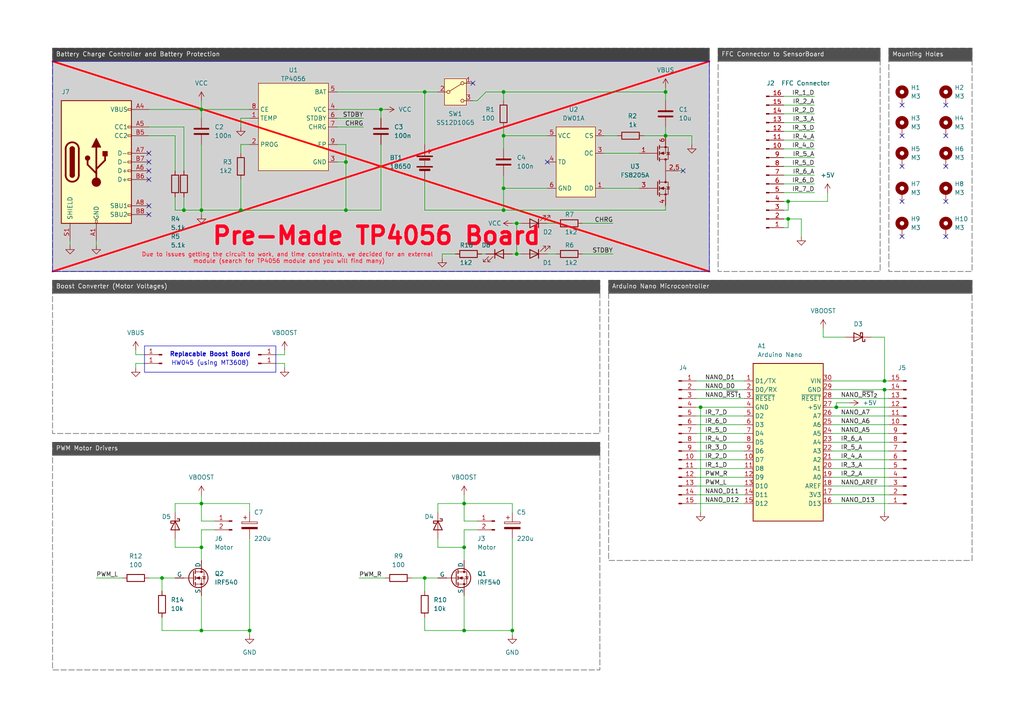
<source format=kicad_sch>
(kicad_sch (version 20231120) (generator "eeschema") (generator_version "8.0")
  (paper "A4")
  (lib_symbols
    (symbol "Connector:Conn_01x01_Pin" (pin_names (offset 1.016) hide)
      (property "Reference" "J" (at 0 2.54 0))
      (property "Value" "Conn_01x01_Pin" (at 0 -2.54 0))
      (symbol "Conn_01x01_Pin_1_1"
        (pin passive line (at 5.08 0 180) (length 3.81) (name "Pin_1") (number "1"))
      )
    )
    (symbol "Connector:Conn_01x02_Pin" (pin_names (offset 1.016) hide)
      (property "Reference" "J" (at 0 2.54 0))
      (property "Value" "Conn_01x02_Pin" (at 0 -5.08 0))
      (symbol "Conn_01x02_Pin_1_1"
        (pin passive line (at 5.08 0 180) (length 3.81) (name "Pin_1") (number "1"))
        (pin passive line (at 5.08 -2.54 180) (length 3.81) (name "Pin_2") (number "2"))
      )
    )
    (symbol "Connector:Conn_01x15_Pin" (pin_names (offset 1.016) hide)
      (property "Reference" "J" (at 0 20.32 0))
      (property "Value" "Conn_01x15_Pin" (at 0 -20.32 0))
      (symbol "Conn_01x15_Pin_1_1"
        (pin passive line (at 5.08 17.78 180) (length 3.81) (name "Pin_1") (number "1"))
        (pin passive line (at 5.08 -5.08 180) (length 3.81) (name "Pin_10") (number "10"))
        (pin passive line (at 5.08 -7.62 180) (length 3.81) (name "Pin_11") (number "11"))
        (pin passive line (at 5.08 -10.16 180) (length 3.81) (name "Pin_12") (number "12"))
        (pin passive line (at 5.08 -12.7 180) (length 3.81) (name "Pin_13") (number "13"))
        (pin passive line (at 5.08 -15.24 180) (length 3.81) (name "Pin_14") (number "14"))
        (pin passive line (at 5.08 -17.78 180) (length 3.81) (name "Pin_15") (number "15"))
        (pin passive line (at 5.08 15.24 180) (length 3.81) (name "Pin_2") (number "2"))
        (pin passive line (at 5.08 12.7 180) (length 3.81) (name "Pin_3") (number "3"))
        (pin passive line (at 5.08 10.16 180) (length 3.81) (name "Pin_4") (number "4"))
        (pin passive line (at 5.08 7.62 180) (length 3.81) (name "Pin_5") (number "5"))
        (pin passive line (at 5.08 5.08 180) (length 3.81) (name "Pin_6") (number "6"))
        (pin passive line (at 5.08 2.54 180) (length 3.81) (name "Pin_7") (number "7"))
        (pin passive line (at 5.08 0 180) (length 3.81) (name "Pin_8") (number "8"))
        (pin passive line (at 5.08 -2.54 180) (length 3.81) (name "Pin_9") (number "9"))
      )
    )
    (symbol "Connector:Conn_01x16_Pin" (pin_names (offset 1.016) hide)
      (property "Reference" "J" (at 0 20.32 0))
      (property "Value" "Conn_01x16_Pin" (at 0 -22.86 0))
      (symbol "Conn_01x16_Pin_1_1"
        (pin passive line (at 5.08 17.78 180) (length 3.81) (name "Pin_1") (number "1"))
        (pin passive line (at 5.08 -5.08 180) (length 3.81) (name "Pin_10") (number "10"))
        (pin passive line (at 5.08 -7.62 180) (length 3.81) (name "Pin_11") (number "11"))
        (pin passive line (at 5.08 -10.16 180) (length 3.81) (name "Pin_12") (number "12"))
        (pin passive line (at 5.08 -12.7 180) (length 3.81) (name "Pin_13") (number "13"))
        (pin passive line (at 5.08 -15.24 180) (length 3.81) (name "Pin_14") (number "14"))
        (pin passive line (at 5.08 -17.78 180) (length 3.81) (name "Pin_15") (number "15"))
        (pin passive line (at 5.08 -20.32 180) (length 3.81) (name "Pin_16") (number "16"))
        (pin passive line (at 5.08 15.24 180) (length 3.81) (name "Pin_2") (number "2"))
        (pin passive line (at 5.08 12.7 180) (length 3.81) (name "Pin_3") (number "3"))
        (pin passive line (at 5.08 10.16 180) (length 3.81) (name "Pin_4") (number "4"))
        (pin passive line (at 5.08 7.62 180) (length 3.81) (name "Pin_5") (number "5"))
        (pin passive line (at 5.08 5.08 180) (length 3.81) (name "Pin_6") (number "6"))
        (pin passive line (at 5.08 2.54 180) (length 3.81) (name "Pin_7") (number "7"))
        (pin passive line (at 5.08 0 180) (length 3.81) (name "Pin_8") (number "8"))
        (pin passive line (at 5.08 -2.54 180) (length 3.81) (name "Pin_9") (number "9"))
      )
    )
    (symbol "Connector:USB_C_Receptacle_USB2.0_16P" (pin_names (offset 1.016))
      (property "Reference" "J" (at 0 22.225 0))
      (property "Value" "USB_C_Receptacle_USB2.0_16P" (at 0 19.685 0))
      (symbol "USB_C_Receptacle_USB2.0_16P_1_1"
        (pin passive line (at 0 -22.86 90) (length 5.08) (name "GND") (number "A1"))
        (pin passive line (at 0 -22.86 90) (length 5.08) hide (name "GND") (number "A12"))
        (pin passive line (at 15.24 15.24 180) (length 5.08) (name "VBUS") (number "A4"))
        (pin bidirectional line (at 15.24 10.16 180) (length 5.08) (name "CC1") (number "A5"))
        (pin bidirectional line (at 15.24 -2.54 180) (length 5.08) (name "D+") (number "A6"))
        (pin bidirectional line (at 15.24 2.54 180) (length 5.08) (name "D-") (number "A7"))
        (pin bidirectional line (at 15.24 -12.7 180) (length 5.08) (name "SBU1") (number "A8"))
        (pin passive line (at 15.24 15.24 180) (length 5.08) hide (name "VBUS") (number "A9"))
        (pin passive line (at 0 -22.86 90) (length 5.08) hide (name "GND") (number "B1"))
        (pin passive line (at 0 -22.86 90) (length 5.08) hide (name "GND") (number "B12"))
        (pin passive line (at 15.24 15.24 180) (length 5.08) hide (name "VBUS") (number "B4"))
        (pin bidirectional line (at 15.24 7.62 180) (length 5.08) (name "CC2") (number "B5"))
        (pin bidirectional line (at 15.24 -5.08 180) (length 5.08) (name "D+") (number "B6"))
        (pin bidirectional line (at 15.24 0 180) (length 5.08) (name "D-") (number "B7"))
        (pin bidirectional line (at 15.24 -15.24 180) (length 5.08) (name "SBU2") (number "B8"))
        (pin passive line (at 15.24 15.24 180) (length 5.08) hide (name "VBUS") (number "B9"))
        (pin passive line (at -7.62 -22.86 90) (length 5.08) (name "SHIELD") (number "S1"))
      )
    )
    (symbol "Device:Battery" (pin_numbers hide) (pin_names (offset 0) hide)
      (property "Reference" "BT" (at 2.54 2.54 0))
      (property "Value" "Battery" (at 2.54 0 0))
      (symbol "Battery_1_1"
        (pin passive line (at 0 5.08 270) (length 2.54) (name "+") (number "1"))
        (pin passive line (at 0 -5.08 90) (length 2.54) (name "-") (number "2"))
      )
    )
    (symbol "Device:C" (pin_numbers hide) (pin_names (offset 0.254))
      (property "Reference" "C" (at 0.635 2.54 0))
      (property "Value" "C" (at 0.635 -2.54 0))
      (symbol "C_1_1"
        (pin passive line (at 0 3.81 270) (length 2.794) (name "~") (number "1"))
        (pin passive line (at 0 -3.81 90) (length 2.794) (name "~") (number "2"))
      )
    )
    (symbol "Device:C_Polarized" (pin_numbers hide) (pin_names (offset 0.254))
      (property "Reference" "C" (at 0.635 2.54 0))
      (property "Value" "C_Polarized" (at 0.635 -2.54 0))
      (symbol "C_Polarized_1_1"
        (pin passive line (at 0 3.81 270) (length 2.794) (name "~") (number "1"))
        (pin passive line (at 0 -3.81 90) (length 2.794) (name "~") (number "2"))
      )
    )
    (symbol "Device:D_Schottky" (pin_numbers hide) (pin_names (offset 1.016) hide)
      (property "Reference" "D" (at 0 2.54 0))
      (property "Value" "D_Schottky" (at 0 -2.54 0))
      (symbol "D_Schottky_1_1"
        (pin passive line (at -3.81 0 0) (length 2.54) (name "K") (number "1"))
        (pin passive line (at 3.81 0 180) (length 2.54) (name "A") (number "2"))
      )
    )
    (symbol "Device:LED" (pin_numbers hide) (pin_names (offset 1.016) hide)
      (property "Reference" "D" (at 0 2.54 0))
      (property "Value" "LED" (at 0 -2.54 0))
      (symbol "LED_1_1"
        (pin passive line (at -3.81 0 0) (length 2.54) (name "K") (number "1"))
        (pin passive line (at 3.81 0 180) (length 2.54) (name "A") (number "2"))
      )
    )
    (symbol "Device:R" (pin_numbers hide) (pin_names (offset 0))
      (property "Reference" "R" (at 2.032 0 90))
      (property "Value" "R" (at 0 0 90))
      (symbol "R_1_1"
        (pin passive line (at 0 3.81 270) (length 1.27) (name "~") (number "1"))
        (pin passive line (at 0 -3.81 90) (length 1.27) (name "~") (number "2"))
      )
    )
    (symbol "ImportedLibrary:DW01A"
      (property "Reference" "U" (at 7.62 -3.81 0))
      (symbol "DW01A_1_1"
        (pin passive line (at 16.51 -22.86 180) (length 2.54) (name "OD") (number "1"))
        (pin passive line (at 16.51 -7.62 180) (length 2.54) (name "CS") (number "2"))
        (pin passive line (at 16.51 -12.7 180) (length 2.54) (name "OC") (number "3"))
        (pin passive line (at 0 -15.24 0) (length 2.54) (name "TD") (number "4"))
        (pin passive line (at 0 -7.62 0) (length 2.54) (name "VCC") (number "5"))
        (pin passive line (at 0 -22.86 0) (length 2.54) (name "GND") (number "6"))
      )
    )
    (symbol "ImportedLibrary:FS8205A"
      (property "Reference" "U" (at 0 0 0))
      (symbol "FS8205A_1_1"
        (pin input line (at -7.62 1.27 0) (length 2.54) (name "") (number "1"))
        (pin passive line (at 3.81 -3.81 180) (length 2.54) (name "") (number "2,5"))
        (pin input line (at -7.62 -8.89 0) (length 2.54) (name "") (number "3"))
        (pin passive line (at 0 -13.97 90) (length 2.54) (name "") (number "4"))
        (pin passive line (at 0 6.35 270) (length 2.54) (name "") (number "6"))
      )
    )
    (symbol "ImportedLibrary:TP4056"
      (property "Reference" "U1" (at 16.51 11.43 0))
      (property "Value" "TP4056" (at 16.51 8.89 0))
      (symbol "TP4056_1_1"
        (pin input line (at 3.81 -3.81 0) (length 2.54) (name "TEMP") (number "1"))
        (pin input line (at 3.81 -11.43 0) (length 2.54) (name "PROG") (number "2"))
        (pin input line (at 29.21 -16.51 180) (length 2.54) (name "GND") (number "3"))
        (pin input line (at 29.21 -1.27 180) (length 2.54) (name "VCC") (number "4"))
        (pin input line (at 29.21 3.81 180) (length 2.54) (name "BAT") (number "5"))
        (pin input line (at 29.21 -3.81 180) (length 2.54) (name "STDBY") (number "6"))
        (pin input line (at 29.21 -6.35 180) (length 2.54) (name "CHRG") (number "7"))
        (pin input line (at 3.81 -1.27 0) (length 2.54) (name "CE") (number "8"))
        (pin input line (at 29.21 -11.43 180) (length 2.54) (name "EP") (number "9"))
      )
    )
    (symbol "MCU_Module:Arduino_Nano_v2.x"
      (property "Reference" "A1" (at 4.7341 -25.4 0))
      (property "Value" "Arduino_Nano_v2.x" (at 4.7341 -27.94 0))
      (symbol "Arduino_Nano_v2.x_1_1"
        (pin bidirectional line (at -12.7 17.78 0) (length 2.54) (name "D1/TX") (number "1"))
        (pin bidirectional line (at -12.7 -5.08 0) (length 2.54) (name "D7") (number "10"))
        (pin bidirectional line (at -12.7 -7.62 0) (length 2.54) (name "D8") (number "11"))
        (pin bidirectional line (at -12.7 -10.16 0) (length 2.54) (name "D9") (number "12"))
        (pin bidirectional line (at -12.7 -12.7 0) (length 2.54) (name "D10") (number "13"))
        (pin bidirectional line (at -12.7 -15.24 0) (length 2.54) (name "D11") (number "14"))
        (pin bidirectional line (at -12.7 -17.78 0) (length 2.54) (name "D12") (number "15"))
        (pin bidirectional line (at 12.7 -17.78 180) (length 2.54) (name "D13") (number "16"))
        (pin power_out line (at 12.7 -15.24 180) (length 2.54) (name "3V3") (number "17"))
        (pin input line (at 12.7 -12.7 180) (length 2.54) (name "AREF") (number "18"))
        (pin bidirectional line (at 12.7 -10.16 180) (length 2.54) (name "A0") (number "19"))
        (pin bidirectional line (at -12.7 15.24 0) (length 2.54) (name "D0/RX") (number "2"))
        (pin bidirectional line (at 12.7 -7.62 180) (length 2.54) (name "A1") (number "20"))
        (pin bidirectional line (at 12.7 -5.08 180) (length 2.54) (name "A2") (number "21"))
        (pin bidirectional line (at 12.7 -2.54 180) (length 2.54) (name "A3") (number "22"))
        (pin bidirectional line (at 12.7 0 180) (length 2.54) (name "A4") (number "23"))
        (pin bidirectional line (at 12.7 2.54 180) (length 2.54) (name "A5") (number "24"))
        (pin bidirectional line (at 12.7 5.08 180) (length 2.54) (name "A6") (number "25"))
        (pin bidirectional line (at 12.7 7.62 180) (length 2.54) (name "A7") (number "26"))
        (pin power_out line (at 12.7 10.16 180) (length 2.54) (name "+5V") (number "27"))
        (pin input line (at 12.7 12.7 180) (length 2.54) (name "~{RESET}") (number "28"))
        (pin power_in line (at 12.7 15.24 180) (length 2.54) (name "GND") (number "29"))
        (pin input line (at -12.7 12.7 0) (length 2.54) (name "~{RESET}") (number "3"))
        (pin power_in line (at 12.7 17.78 180) (length 2.54) (name "VIN") (number "30"))
        (pin power_in line (at -12.7 10.16 0) (length 2.54) (name "GND") (number "4"))
        (pin bidirectional line (at -12.7 7.62 0) (length 2.54) (name "D2") (number "5"))
        (pin bidirectional line (at -12.7 5.08 0) (length 2.54) (name "D3") (number "6"))
        (pin bidirectional line (at -12.7 2.54 0) (length 2.54) (name "D4") (number "7"))
        (pin bidirectional line (at -12.7 0 0) (length 2.54) (name "D5") (number "8"))
        (pin bidirectional line (at -12.7 -2.54 0) (length 2.54) (name "D6") (number "9"))
      )
    )
    (symbol "Mechanical:MountingHole_Pad" (pin_numbers hide) (pin_names (offset 1.016) hide)
      (property "Reference" "H" (at 0 6.35 0))
      (property "Value" "MountingHole_Pad" (at 0 4.445 0))
      (symbol "MountingHole_Pad_1_1"
        (pin input line (at 0 -2.54 90) (length 2.54) (name "1") (number "1"))
      )
    )
    (symbol "NMOS_1" (pin_numbers hide) (pin_names (offset 0))
      (property "Reference" "Q2" (at 6.35 1.27 0))
      (property "Value" "NMOS" (at 6.35 -1.27 0))
      (symbol "NMOS_1_1_1"
        (pin input line (at -5.08 0 0) (length 2.54) (name "G") (number "1"))
        (pin passive line (at 2.54 5.08 270) (length 2.54) (name "D") (number "2"))
        (pin passive line (at 2.54 -5.08 90) (length 2.54) (name "S") (number "3"))
      )
    )
    (symbol "Simulation_SPICE:NMOS" (pin_numbers hide) (pin_names (offset 0))
      (property "Reference" "Q1" (at 6.35 1.27 0))
      (property "Value" "NMOS" (at 6.35 -1.27 0))
      (symbol "NMOS_1_1"
        (pin input line (at -5.08 0 0) (length 2.54) (name "G") (number "1"))
        (pin passive line (at 2.54 5.08 270) (length 2.54) (name "D") (number "2"))
        (pin passive line (at 2.54 -5.08 90) (length 2.54) (name "S") (number "3"))
      )
    )
    (symbol "Switch:SW_SPDT" (pin_names (offset 0) hide)
      (property "Reference" "SW" (at 0 5.08 0))
      (property "Value" "SW_SPDT" (at 0 -5.08 0))
      (symbol "SW_SPDT_1_1"
        (pin passive line (at 5.08 2.54 180) (length 2.54) (name "A") (number "1"))
        (pin passive line (at -5.08 0 0) (length 2.54) (name "B") (number "2"))
        (pin passive line (at 5.08 -2.54 180) (length 2.54) (name "C") (number "3"))
      )
    )
    (symbol "power:+5V" (power) (pin_names (offset 0))
      (property "Value" "+5V" (at 0 3.556 0))
      (symbol "+5V_1_1"
        (pin power_in line (at 0 0 90) (length 0) hide (name "+5V") (number "1"))
      )
    )
    (symbol "power:GND" (power) (pin_names (offset 0))
      (property "Value" "GND" (at 0 -3.81 0))
      (symbol "GND_1_1"
        (pin power_in line (at 0 0 270) (length 0) hide (name "GND") (number "1"))
      )
    )
    (symbol "power:VBUS" (power) (pin_names (offset 0))
      (property "Value" "VBUS" (at 0 3.81 0))
      (symbol "VBUS_1_1"
        (pin power_in line (at 0 0 90) (length 0) hide (name "VBUS") (number "1"))
      )
    )
    (symbol "power:VCC" (power) (pin_names (offset 0))
      (property "Value" "VCC" (at 0 3.81 0))
      (symbol "VCC_1_1"
        (pin power_in line (at 0 0 90) (length 0) hide (name "VCC") (number "1"))
      )
    )
    (symbol "power:Vdrive" (power) (pin_names (offset 0))
      (property "Value" "Vdrive" (at 0 3.81 0))
      (symbol "Vdrive_1_1"
        (pin power_in line (at 0 0 90) (length 0) hide (name "Vdrive") (number "1"))
      )
    )
  )
  (junction (at 134.62 182.88))
  (junction (at 58.42 146.05))
  (junction (at 100.33 46.99))
  (junction (at 203.2 118.11))
  (junction (at 58.42 158.75))
  (junction (at 134.62 158.75))
  (junction (at 123.19 26.67))
  (junction (at 256.54 113.03))
  (junction (at 146.05 60.96))
  (junction (at 123.19 167.64))
  (junction (at 134.62 146.05))
  (junction (at 193.04 39.37))
  (junction (at 148.59 182.88))
  (junction (at 228.6 63.5))
  (junction (at 72.39 182.88))
  (junction (at 110.49 31.75))
  (junction (at 69.85 60.96))
  (junction (at 256.54 110.49))
  (junction (at 146.05 39.37))
  (junction (at 193.04 26.67))
  (junction (at 58.42 60.96))
  (junction (at 58.42 31.75))
  (junction (at 149.86 64.77))
  (junction (at 242.57 118.11))
  (junction (at 149.86 73.66))
  (junction (at 146.05 54.61))
  (junction (at 100.33 60.96))
  (junction (at 146.05 26.67))
  (junction (at 53.34 60.96))
  (junction (at 46.99 167.64))
  (junction (at 58.42 182.88))
  (junction (at 228.6 58.42))
  (no_connect (at 43.18 52.07))
  (no_connect (at 43.18 49.53))
  (no_connect (at 43.18 44.45))
  (no_connect (at 43.18 62.23))
  (no_connect (at 274.32 58.42))
  (no_connect (at 261.62 68.58))
  (no_connect (at 43.18 59.69))
  (no_connect (at 261.62 48.26))
  (no_connect (at 274.32 39.37))
  (no_connect (at 261.62 58.42))
  (no_connect (at 261.62 30.48))
  (no_connect (at 158.75 46.99))
  (no_connect (at 43.18 46.99))
  (no_connect (at 137.16 24.13))
  (no_connect (at 274.32 48.26))
  (no_connect (at 198.12 49.53))
  (no_connect (at 261.62 39.37))
  (no_connect (at 274.32 68.58))
  (no_connect (at 274.32 30.48))
  (polyline (pts (xy 15.24 17.78) (xy 205.74 78.74)) (stroke (width 0.5) (color 255 0 4 1)))
  (wire (pts (xy 97.79 34.29) (xy 105.41 34.29)))
  (wire (pts (xy 137.16 29.21) (xy 138.43 29.21)))
  (wire (pts (xy 127 146.05) (xy 127 148.59)))
  (wire (pts (xy 256.54 113.03) (xy 256.54 148.59)))
  (wire (pts (xy 227.33 43.18) (xy 236.22 43.18)))
  (wire (pts (xy 58.42 182.88) (xy 72.39 182.88)))
  (wire (pts (xy 138.43 29.21) (xy 140.97 26.67)))
  (wire (pts (xy 201.93 123.19) (xy 215.9 123.19)))
  (wire (pts (xy 46.99 182.88) (xy 58.42 182.88)))
  (wire (pts (xy 100.33 46.99) (xy 100.33 60.96)))
  (wire (pts (xy 158.75 64.77) (xy 161.29 64.77)))
  (wire (pts (xy 228.6 63.5) (xy 232.41 63.5)))
  (wire (pts (xy 149.86 73.66) (xy 151.13 73.66)))
  (wire (pts (xy 127 156.21) (xy 127 158.75)))
  (wire (pts (xy 43.18 36.83) (xy 53.34 36.83)))
  (wire (pts (xy 227.33 45.72) (xy 236.22 45.72)))
  (wire (pts (xy 82.55 102.87) (xy 80.01 102.87)))
  (wire (pts (xy 201.93 125.73) (xy 215.9 125.73)))
  (wire (pts (xy 27.94 167.64) (xy 35.56 167.64)))
  (wire (pts (xy 200.66 39.37) (xy 200.66 41.91)))
  (wire (pts (xy 123.19 60.96) (xy 123.19 52.07)))
  (wire (pts (xy 201.93 128.27) (xy 215.9 128.27)))
  (wire (pts (xy 146.05 36.83) (xy 146.05 39.37)))
  (wire (pts (xy 256.54 97.79) (xy 256.54 110.49)))
  (wire (pts (xy 241.3 138.43) (xy 257.81 138.43)))
  (wire (pts (xy 50.8 156.21) (xy 50.8 158.75)))
  (wire (pts (xy 97.79 31.75) (xy 110.49 31.75)))
  (wire (pts (xy 134.62 153.67) (xy 134.62 158.75)))
  (wire (pts (xy 148.59 156.21) (xy 148.59 182.88)))
  (wire (pts (xy 228.6 58.42) (xy 228.6 60.96)))
  (wire (pts (xy 50.8 57.15) (xy 50.8 60.96)))
  (wire (pts (xy 41.91 102.87) (xy 39.37 102.87)))
  (wire (pts (xy 146.05 39.37) (xy 158.75 39.37)))
  (wire (pts (xy 58.42 31.75) (xy 72.39 31.75)))
  (wire (pts (xy 50.8 60.96) (xy 53.34 60.96)))
  (wire (pts (xy 241.3 110.49) (xy 256.54 110.49)))
  (wire (pts (xy 39.37 101.6) (xy 39.37 102.87)))
  (wire (pts (xy 227.33 55.88) (xy 236.22 55.88)))
  (wire (pts (xy 198.12 49.53) (xy 196.85 49.53)))
  (wire (pts (xy 100.33 60.96) (xy 110.49 60.96)))
  (wire (pts (xy 201.93 146.05) (xy 215.9 146.05)))
  (wire (pts (xy 134.62 151.13) (xy 138.43 151.13)))
  (wire (pts (xy 58.42 158.75) (xy 58.42 162.56)))
  (wire (pts (xy 134.62 146.05) (xy 134.62 151.13)))
  (wire (pts (xy 148.59 146.05) (xy 148.59 148.59)))
  (wire (pts (xy 238.76 97.79) (xy 245.11 97.79)))
  (wire (pts (xy 43.18 39.37) (xy 50.8 39.37)))
  (wire (pts (xy 241.3 128.27) (xy 257.81 128.27)))
  (wire (pts (xy 27.94 69.85) (xy 27.94 71.12)))
  (wire (pts (xy 50.8 146.05) (xy 58.42 146.05)))
  (wire (pts (xy 146.05 54.61) (xy 158.75 54.61)))
  (wire (pts (xy 146.05 54.61) (xy 146.05 60.96)))
  (wire (pts (xy 53.34 60.96) (xy 58.42 60.96)))
  (wire (pts (xy 193.04 26.67) (xy 193.04 29.21)))
  (wire (pts (xy 72.39 182.88) (xy 72.39 184.15)))
  (wire (pts (xy 257.81 123.19) (xy 241.3 123.19)))
  (wire (pts (xy 193.04 25.4) (xy 193.04 26.67)))
  (wire (pts (xy 193.04 36.83) (xy 193.04 39.37)))
  (wire (pts (xy 53.34 36.83) (xy 53.34 49.53)))
  (wire (pts (xy 146.05 60.96) (xy 193.04 60.96)))
  (wire (pts (xy 72.39 156.21) (xy 72.39 182.88)))
  (wire (pts (xy 148.59 73.66) (xy 149.86 73.66)))
  (wire (pts (xy 256.54 110.49) (xy 257.81 110.49)))
  (wire (pts (xy 97.79 26.67) (xy 123.19 26.67)))
  (wire (pts (xy 168.91 64.77) (xy 177.8 64.77)))
  (wire (pts (xy 104.14 167.64) (xy 111.76 167.64)))
  (wire (pts (xy 257.81 120.65) (xy 241.3 120.65)))
  (wire (pts (xy 58.42 41.91) (xy 58.42 60.96)))
  (wire (pts (xy 46.99 167.64) (xy 46.99 171.45)))
  (wire (pts (xy 227.33 38.1) (xy 236.22 38.1)))
  (wire (pts (xy 252.73 97.79) (xy 256.54 97.79)))
  (wire (pts (xy 232.41 63.5) (xy 232.41 68.58)))
  (wire (pts (xy 69.85 52.07) (xy 69.85 60.96)))
  (wire (pts (xy 58.42 143.51) (xy 58.42 146.05)))
  (wire (pts (xy 201.93 120.65) (xy 215.9 120.65)))
  (wire (pts (xy 201.93 110.49) (xy 215.9 110.49)))
  (wire (pts (xy 257.81 115.57) (xy 241.3 115.57)))
  (wire (pts (xy 134.62 172.72) (xy 134.62 182.88)))
  (wire (pts (xy 227.33 58.42) (xy 228.6 58.42)))
  (wire (pts (xy 146.05 26.67) (xy 193.04 26.67)))
  (wire (pts (xy 58.42 172.72) (xy 58.42 182.88)))
  (wire (pts (xy 257.81 125.73) (xy 241.3 125.73)))
  (wire (pts (xy 134.62 158.75) (xy 134.62 162.56)))
  (wire (pts (xy 240.03 55.88) (xy 240.03 58.42)))
  (wire (pts (xy 227.33 53.34) (xy 236.22 53.34)))
  (wire (pts (xy 110.49 41.91) (xy 110.49 60.96)))
  (wire (pts (xy 123.19 182.88) (xy 134.62 182.88)))
  (wire (pts (xy 228.6 63.5) (xy 228.6 66.04)))
  (wire (pts (xy 241.3 130.81) (xy 257.81 130.81)))
  (wire (pts (xy 227.33 40.64) (xy 236.22 40.64)))
  (wire (pts (xy 238.76 95.25) (xy 238.76 97.79)))
  (wire (pts (xy 41.91 105.41) (xy 39.37 105.41)))
  (wire (pts (xy 201.93 130.81) (xy 215.9 130.81)))
  (wire (pts (xy 134.62 182.88) (xy 148.59 182.88)))
  (wire (pts (xy 58.42 60.96) (xy 69.85 60.96)))
  (wire (pts (xy 161.29 73.66) (xy 158.75 73.66)))
  (wire (pts (xy 123.19 60.96) (xy 146.05 60.96)))
  (wire (pts (xy 127 158.75) (xy 134.62 158.75)))
  (wire (pts (xy 203.2 118.11) (xy 203.2 148.59)))
  (wire (pts (xy 140.97 26.67) (xy 146.05 26.67)))
  (wire (pts (xy 241.3 118.11) (xy 242.57 118.11)))
  (wire (pts (xy 119.38 167.64) (xy 123.19 167.64)))
  (wire (pts (xy 227.33 48.26) (xy 236.22 48.26)))
  (wire (pts (xy 69.85 41.91) (xy 69.85 44.45)))
  (wire (pts (xy 134.62 153.67) (xy 138.43 153.67)))
  (wire (pts (xy 134.62 143.51) (xy 134.62 146.05)))
  (wire (pts (xy 241.3 133.35) (xy 257.81 133.35)))
  (wire (pts (xy 242.57 116.84) (xy 242.57 118.11)))
  (wire (pts (xy 46.99 179.07) (xy 46.99 182.88)))
  (wire (pts (xy 186.69 39.37) (xy 193.04 39.37)))
  (wire (pts (xy 58.42 31.75) (xy 58.42 34.29)))
  (wire (pts (xy 58.42 60.96) (xy 58.42 62.23)))
  (wire (pts (xy 50.8 39.37) (xy 50.8 49.53)))
  (wire (pts (xy 123.19 26.67) (xy 127 26.67)))
  (wire (pts (xy 46.99 167.64) (xy 50.8 167.64)))
  (wire (pts (xy 203.2 118.11) (xy 215.9 118.11)))
  (wire (pts (xy 123.19 26.67) (xy 123.19 41.91)))
  (wire (pts (xy 58.42 29.21) (xy 58.42 31.75)))
  (wire (pts (xy 82.55 101.6) (xy 82.55 102.87)))
  (wire (pts (xy 227.33 66.04) (xy 228.6 66.04)))
  (wire (pts (xy 123.19 167.64) (xy 123.19 171.45)))
  (wire (pts (xy 201.93 140.97) (xy 215.9 140.97)))
  (wire (pts (xy 82.55 105.41) (xy 80.01 105.41)))
  (wire (pts (xy 134.62 146.05) (xy 148.59 146.05)))
  (wire (pts (xy 227.33 60.96) (xy 228.6 60.96)))
  (wire (pts (xy 50.8 146.05) (xy 50.8 148.59)))
  (wire (pts (xy 227.33 27.94) (xy 236.22 27.94)))
  (wire (pts (xy 227.33 30.48) (xy 236.22 30.48)))
  (wire (pts (xy 69.85 34.29) (xy 72.39 34.29)))
  (wire (pts (xy 227.33 63.5) (xy 228.6 63.5)))
  (wire (pts (xy 201.93 133.35) (xy 215.9 133.35)))
  (wire (pts (xy 227.33 33.02) (xy 236.22 33.02)))
  (wire (pts (xy 39.37 105.41) (xy 39.37 106.68)))
  (wire (pts (xy 201.93 138.43) (xy 215.9 138.43)))
  (wire (pts (xy 123.19 179.07) (xy 123.19 182.88)))
  (wire (pts (xy 123.19 167.64) (xy 127 167.64)))
  (wire (pts (xy 175.26 54.61) (xy 185.42 54.61)))
  (wire (pts (xy 149.86 64.77) (xy 151.13 64.77)))
  (wire (pts (xy 227.33 35.56) (xy 236.22 35.56)))
  (wire (pts (xy 69.85 41.91) (xy 72.39 41.91)))
  (wire (pts (xy 58.42 151.13) (xy 62.23 151.13)))
  (wire (pts (xy 241.3 146.05) (xy 257.81 146.05)))
  (wire (pts (xy 227.33 50.8) (xy 236.22 50.8)))
  (wire (pts (xy 97.79 46.99) (xy 100.33 46.99)))
  (wire (pts (xy 43.18 31.75) (xy 58.42 31.75)))
  (wire (pts (xy 58.42 146.05) (xy 58.42 151.13)))
  (wire (pts (xy 97.79 41.91) (xy 100.33 41.91)))
  (wire (pts (xy 148.59 182.88) (xy 148.59 184.15)))
  (wire (pts (xy 58.42 153.67) (xy 58.42 158.75)))
  (wire (pts (xy 82.55 105.41) (xy 82.55 106.68)))
  (wire (pts (xy 149.86 64.77) (xy 149.86 73.66)))
  (wire (pts (xy 228.6 58.42) (xy 240.03 58.42)))
  (wire (pts (xy 201.93 135.89) (xy 215.9 135.89)))
  (wire (pts (xy 241.3 135.89) (xy 257.81 135.89)))
  (wire (pts (xy 149.86 64.77) (xy 148.59 64.77)))
  (wire (pts (xy 43.18 167.64) (xy 46.99 167.64)))
  (wire (pts (xy 257.81 143.51) (xy 241.3 143.51)))
  (wire (pts (xy 72.39 146.05) (xy 72.39 148.59)))
  (wire (pts (xy 20.32 69.85) (xy 20.32 71.12)))
  (wire (pts (xy 58.42 146.05) (xy 72.39 146.05)))
  (wire (pts (xy 127 146.05) (xy 134.62 146.05)))
  (wire (pts (xy 58.42 153.67) (xy 62.23 153.67)))
  (wire (pts (xy 256.54 113.03) (xy 241.3 113.03)))
  (wire (pts (xy 193.04 59.69) (xy 193.04 60.96)))
  (wire (pts (xy 175.26 39.37) (xy 179.07 39.37)))
  (wire (pts (xy 201.93 115.57) (xy 215.9 115.57)))
  (wire (pts (xy 97.79 36.83) (xy 105.41 36.83)))
  (wire (pts (xy 241.3 140.97) (xy 257.81 140.97)))
  (wire (pts (xy 201.93 118.11) (xy 203.2 118.11)))
  (wire (pts (xy 201.93 143.51) (xy 215.9 143.51)))
  (wire (pts (xy 50.8 158.75) (xy 58.42 158.75)))
  (wire (pts (xy 128.27 73.66) (xy 128.27 74.93)))
  (wire (pts (xy 53.34 57.15) (xy 53.34 60.96)))
  (wire (pts (xy 146.05 39.37) (xy 146.05 43.18)))
  (wire (pts (xy 146.05 50.8) (xy 146.05 54.61)))
  (wire (pts (xy 193.04 39.37) (xy 200.66 39.37)))
  (wire (pts (xy 242.57 116.84) (xy 246.38 116.84)))
  (wire (pts (xy 69.85 60.96) (xy 100.33 60.96)))
  (wire (pts (xy 100.33 41.91) (xy 100.33 46.99)))
  (polyline (pts (xy 15.24 78.74) (xy 205.74 17.78)) (stroke (width 0.5) (color 255 0 15 1)))
  (wire (pts (xy 201.93 113.03) (xy 215.9 113.03)))
  (wire (pts (xy 69.85 34.29) (xy 69.85 36.83)))
  (wire (pts (xy 110.49 31.75) (xy 110.49 34.29)))
  (wire (pts (xy 242.57 118.11) (xy 257.81 118.11)))
  (wire (pts (xy 139.7 73.66) (xy 140.97 73.66)))
  (wire (pts (xy 146.05 26.67) (xy 146.05 29.21)))
  (wire (pts (xy 175.26 44.45) (xy 185.42 44.45)))
  (wire (pts (xy 128.27 73.66) (xy 132.08 73.66)))
  (wire (pts (xy 257.81 113.03) (xy 256.54 113.03)))
  (wire (pts (xy 177.8 73.66) (xy 168.91 73.66)))
  (wire (pts (xy 110.49 31.75) (xy 111.76 31.75)))
  (rectangle (start 15.24 128.27) (end 173.99 194.31) (stroke (width 0) (type dash) (color 67 67 67 1)))
  (rectangle (start 176.53 81.28) (end 281.94 162.56) (stroke (width 0) (type dash) (color 67 67 67 1)))
  (rectangle (start 41.91 100.33) (end 80.01 107.95))
  (rectangle (start 15.24 81.28) (end 173.99 125.73) (stroke (width 0) (type dash) (color 67 67 67 1)))
  (rectangle (start 15.24 13.97) (end 205.74 78.74) (stroke (width 0) (type dash) (color 67 67 67 1)) (fill (type color) (color 0 0 0 0.18)))
  (rectangle (start 208.28 13.97) (end 255.27 78.74) (stroke (width 0) (type dash) (color 67 67 67 1)))
  (rectangle (start 257.81 13.97) (end 281.94 78.74) (stroke (width 0) (type dash) (color 67 67 67 1)))
  (rectangle (start 15.24 17.78) (end 205.74 78.74))
  (text_box "Mounting Holes" (at 257.81 13.97 0) (size 24.13 3.81) (stroke (width 0) (color 80 80 80 1)) (fill (type color) (color 80 80 80 1)) (effects (font (size 1.27 1.27)) (justify left top)))
  (text_box "Arduino Nano Microcontroller" (at 176.53 81.28 0) (size 105.41 3.81) (stroke (width 0) (color 80 80 80 1)) (fill (type color) (color 80 80 80 1)) (effects (font (size 1.27 1.27)) (justify left top)))
  (text_box "Battery Charge Controller and Battery Protection" (at 15.24 13.97 0) (size 190.5 3.81) (stroke (width 0) (color 80 80 80 1)) (fill (type color) (color 80 80 80 1)) (effects (font (size 1.27 1.27)) (justify left top)))
  (text_box "FFC Connector to SensorBoard" (at 208.28 13.97 0) (size 46.99 3.81) (stroke (width 0) (color 80 80 80 1)) (fill (type color) (color 80 80 80 1)) (effects (font (size 1.27 1.27)) (justify left top)))
  (text_box "Boost Converter (Motor Voltages)" (at 15.24 81.28 0) (size 158.75 3.81) (stroke (width 0) (color 80 80 80 1)) (fill (type color) (color 80 80 80 1)) (effects (font (size 1.27 1.27)) (justify left top)))
  (text_box "PWM Motor Drivers" (at 15.24 128.27 0) (size 158.75 3.81) (stroke (width 0) (color 80 80 80 1)) (fill (type color) (color 80 80 80 1)) (effects (font (size 1.27 1.27)) (justify left top)))
  (text "HW045 (using MT3608)" (at 60.96 105.41 0) (effects (font (size 1.27 1.27))))
  (text "Replacable Boost Board" (at 60.96 102.87 0) (effects (font (size 1.27 1.27) (thickness 0.254) (bold yes))))
  (text "Due to issues getting the circuit to work, and time constraints, we decided for an external \nmodule (search for TP4056 module and you will find many)" (at 83.82 74.93 0) (effects (font (size 1.2 1.2))))
  (text "Pre-Made TP4056 Board" (at 109.22 68.58 0) (effects (font (size 5 5) (thickness 1) (bold yes))))
  (label "STDBY" (at 105.41 34.29 180))
  (label "IR_7_D" (at 236.22 55.88 180))
  (label "IR_3_A" (at 243.84 135.89 0))
  (label "IR_2_A" (at 243.84 138.43 0))
  (label "IR_4_A" (at 243.84 133.35 0))
  (label "NANO_D1" (at 204.47 110.49 0))
  (label "STDBY" (at 177.8 73.66 180))
  (label "PWM_L" (at 27.94 167.64 0))
  (label "NANO_A5" (at 243.84 125.73 0))
  (label "IR_3_A" (at 236.22 35.56 180))
  (label "IR_6_A" (at 243.84 128.27 0))
  (label "NANO_D13" (at 243.84 146.05 0))
  (label "PWM_L" (at 204.47 140.97 0))
  (label "NANO_AREF" (at 243.84 140.97 0))
  (label "IR_1_D" (at 204.47 135.89 0))
  (label "IR_2_A" (at 236.22 30.48 180))
  (label "IR_6_A" (at 236.22 50.8 180))
  (label "IR_6_D" (at 204.47 123.19 0))
  (label "IR_4_D" (at 204.47 128.27 0))
  (label "IR_7_D" (at 204.47 120.65 0))
  (label "CHRG" (at 177.8 64.77 180))
  (label "CHRG" (at 105.41 36.83 180))
  (label "PWM_R" (at 104.14 167.64 0))
  (label "NANO_A7" (at 243.84 120.65 0))
  (label "IR_5_A" (at 236.22 45.72 180))
  (label "PWM_R" (at 204.47 138.43 0))
  (label "IR_2_D" (at 236.22 33.02 180))
  (label "IR_4_A" (at 236.22 40.64 180))
  (label "NANO_A6" (at 243.84 123.19 0))
  (label "NANO_~{RST}_{1}" (at 204.47 115.57 0))
  (label "NANO_D0" (at 204.47 113.03 0))
  (label "IR_2_D" (at 204.47 133.35 0))
  (label "IR_3_D" (at 236.22 38.1 180))
  (label "IR_6_D" (at 236.22 53.34 180))
  (label "NANO_D11" (at 204.47 143.51 0))
  (label "NANO_D12" (at 204.47 146.05 0))
  (label "IR_5_D" (at 204.47 125.73 0))
  (label "IR_1_D" (at 236.22 27.94 180))
  (label "NANO_~{RST}_{2}" (at 243.84 115.57 0))
  (label "IR_5_D" (at 236.22 48.26 180))
  (label "IR_5_A" (at 243.84 130.81 0))
  (label "IR_3_D" (at 204.47 130.81 0))
  (label "IR_4_D" (at 236.22 43.18 180))
  (symbol (lib_id "power:+5V") (at 246.38 116.84 270) (unit 1)
    (property "Reference" "#PWR0103" (effects (hide yes)))
    (property "Value" "+5V" (at 250.19 116.8399 90) (effects (justify left)))
  )
  (symbol (lib_id "Mechanical:MountingHole_Pad") (at 261.62 45.72 0) (unit 1)
    (property "Reference" "H5" (at 264.16 43.18 0) (effects (justify left)))
    (property "Value" "M3" (at 264.16 45.72 0) (effects (justify left)))
    (property "Footprint" "ImportedLibrary:MountingHole_Soldernut_M3" (effects (hide yes)))
  )
  (symbol (lib_id "power:GND") (at 69.85 36.83 0) (unit 1)
    (property "Reference" "#PWR05" (effects (hide yes)))
    (property "Value" "GND" (effects (hide yes)))
  )
  (symbol (lib_id "power:+5V") (at 240.03 55.88 0) (unit 1)
    (property "Reference" "#PWR07" (effects (hide yes)))
    (property "Value" "+5V" (at 240.03 50.8 0))
  )
  (symbol (lib_id "Device:LED") (at 154.94 64.77 180) (unit 1)
    (property "Reference" "D2" (at 157.48 67.31 0) (effects (justify right)))
    (property "Value" "LED" (effects (hide yes)))
    (property "Footprint" "LED_SMD:LED_0603_1608Metric" (effects (hide yes)))
  )
  (symbol (lib_id "power:GND") (at 200.66 41.91 0) (unit 1)
    (property "Reference" "#PWR06" (effects (hide yes)))
    (property "Value" "GND" (effects (hide yes)))
  )
  (symbol (lib_id "Connector:Conn_01x02_Pin") (at 143.51 151.13 0) (mirror y) (unit 1)
    (property "Reference" "J3" (at 138.43 156.21 0) (effects (justify right)))
    (property "Value" "Motor" (at 138.43 158.75 0) (effects (justify right)))
    (property "Footprint" "TerminalBlock:TerminalBlock_bornier-2_P5.08mm" (effects (hide yes)))
  )
  (symbol (lib_id "power:GND") (at 148.59 184.15 0) (unit 1)
    (property "Reference" "#PWR012" (effects (hide yes)))
    (property "Value" "GND" (at 148.59 189.23 0))
  )
  (symbol (lib_id "Switch:SW_SPDT") (at 132.08 26.67 0) (unit 1)
    (property "Reference" "SW1" (at 132.08 33.02 0))
    (property "Value" "SS12D10G5" (at 132.08 35.56 0))
    (property "Footprint" "ImportedLibrary:SS12D10G5_SlideSwitch" (effects (hide yes)))
  )
  (symbol (lib_id "Mechanical:MountingHole_Pad") (at 274.32 55.88 0) (unit 1)
    (property "Reference" "H8" (at 276.86 53.34 0) (effects (justify left)))
    (property "Value" "M3" (at 276.86 55.88 0) (effects (justify left)))
    (property "Footprint" "ImportedLibrary:MountingHole_Soldernut_M3" (effects (hide yes)))
  )
  (symbol (lib_id "power:Vdrive") (at 238.76 95.25 0) (mirror y) (unit 1)
    (property "Reference" "#PWR0101" (effects (hide yes)))
    (property "Value" "VBOOST" (at 238.76 90.17 0))
  )
  (symbol (lib_id "power:Vdrive") (at 82.55 101.6 0) (mirror y) (unit 1)
    (property "Reference" "#PWR026" (effects (hide yes)))
    (property "Value" "VBOOST" (at 82.55 96.52 0))
  )
  (symbol (lib_id "power:GND") (at 20.32 71.12 0) (unit 1)
    (property "Reference" "#PWR023" (effects (hide yes)))
    (property "Value" "GND" (effects (hide yes)))
  )
  (symbol (lib_id "ImportedLibrary:DW01A") (at 158.75 31.75 0) (unit 1)
    (property "Reference" "U2" (at 166.37 31.75 0))
    (property "Value" "DW01A" (at 166.37 34.29 0))
    (property "Footprint" "Package_TO_SOT_SMD:SOT-23-6" (effects (hide yes)))
  )
  (symbol (lib_id "Mechanical:MountingHole_Pad") (at 261.62 27.94 0) (unit 1)
    (property "Reference" "H1" (at 264.16 25.4 0) (effects (justify left)))
    (property "Value" "M3" (at 264.16 27.94 0) (effects (justify left)))
    (property "Footprint" "ImportedLibrary:MountingHole_Soldernut_M3" (effects (hide yes)))
  )
  (symbol (lib_id "Mechanical:MountingHole_Pad") (at 274.32 36.83 0) (unit 1)
    (property "Reference" "H4" (at 276.86 34.29 0) (effects (justify left)))
    (property "Value" "M3" (at 276.86 36.83 0) (effects (justify left)))
    (property "Footprint" "ImportedLibrary:MountingHole_Soldernut_M3" (effects (hide yes)))
  )
  (symbol (lib_id "power:VBUS") (at 193.04 25.4 0) (unit 1)
    (property "Reference" "#PWR01" (effects (hide yes)))
    (property "Value" "VBUS" (at 193.04 20.32 0))
  )
  (symbol (lib_id "Device:C") (at 110.49 38.1 0) (unit 1)
    (property "Reference" "C3" (at 114.3 36.83 0) (effects (justify left)))
    (property "Value" "100n" (at 114.3 39.37 0) (effects (justify left)))
    (property "Footprint" "Capacitor_SMD:C_0603_1608Metric" (effects (hide yes)))
  )
  (symbol (lib_id "power:Vdrive") (at 58.42 143.51 0) (mirror y) (unit 1)
    (property "Reference" "#PWR0104" (effects (hide yes)))
    (property "Value" "VBOOST" (at 58.42 138.43 0))
  )
  (symbol (lib_id "Connector:USB_C_Receptacle_USB2.0_16P") (at 27.94 46.99 0) (unit 1)
    (property "Reference" "J7" (at 19.05 26.67 0))
    (property "Value" "USB_C_Receptacle_USB2.0_16P" (effects (hide yes)))
    (property "Footprint" "Connector_USB:USB_C_Receptacle_GCT_USB4105-xx-A_16P_TopMnt_Horizontal" (effects (hide yes)))
    (property "Datasheet" "https://www.usb.org/sites/default/files/documents/usb_type-c.zip" (effects (hide yes)))
  )
  (symbol (lib_id "power:GND") (at 128.27 74.93 0) (unit 1)
    (property "Reference" "#PWR029" (effects (hide yes)))
    (property "Value" "GND" (effects (hide yes)))
  )
  (symbol (lib_id "Mechanical:MountingHole_Pad") (at 274.32 27.94 0) (unit 1)
    (property "Reference" "H2" (at 276.86 25.4 0) (effects (justify left)))
    (property "Value" "M3" (at 276.86 27.94 0) (effects (justify left)))
    (property "Footprint" "ImportedLibrary:MountingHole_Soldernut_M3" (effects (hide yes)))
  )
  (symbol (lib_id "Device:C") (at 146.05 46.99 0) (unit 1)
    (property "Reference" "C4" (at 149.86 45.72 0) (effects (justify left)))
    (property "Value" "100n" (at 149.86 48.26 0) (effects (justify left)))
    (property "Footprint" "Capacitor_SMD:C_0603_1608Metric" (effects (hide yes)))
  )
  (symbol (lib_id "Connector:Conn_01x15_Pin") (at 196.85 128.27 0) (unit 1)
    (property "Reference" "J4" (at 198.12 106.68 0))
    (property "Value" "Row 2" (effects (hide yes)))
    (property "Footprint" "Connector_PinSocket_2.54mm:PinSocket_1x15_P2.54mm_Vertical" (effects (hide yes)))
  )
  (symbol (lib_id "Connector:Conn_01x15_Pin") (at 262.89 128.27 180) (unit 1)
    (property "Reference" "J5" (at 261.62 106.68 0))
    (property "Value" "Row 2" (effects (hide yes)))
    (property "Footprint" "Connector_PinSocket_2.54mm:PinSocket_1x15_P2.54mm_Vertical" (effects (hide yes)))
  )
  (symbol (lib_id "Device:D_Schottky") (at 50.8 152.4 270) (unit 1)
    (property "Reference" "D5" (at 48.26 149.86 90))
    (property "Value" "D_Schottky" (effects (hide yes)))
    (property "Footprint" "Diode_SMD:D_SMA" (effects (hide yes)))
    (property "Datasheet" "SS24" (effects (hide yes)))
    (property "Description" "Schottky diode" (effects (hide yes)))
  )
  (symbol (lib_id "Connector:Conn_01x16_Pin") (at 222.25 48.26 0) (mirror x) (unit 1)
    (property "Reference" "J2" (at 223.52 24.13 0))
    (property "Value" "FFC Connector" (at 233.68 24.13 0))
    (property "Footprint" "Connector_FFC-FPC:Hirose_FH12-16S-0.5SH_1x16-1MP_P0.50mm_Horizontal" (effects (hide yes)))
  )
  (symbol (lib_id "Device:C") (at 58.42 38.1 0) (unit 1)
    (property "Reference" "C2" (at 62.23 36.83 0) (effects (justify left)))
    (property "Value" "100n" (at 62.23 39.37 0) (effects (justify left)))
    (property "Footprint" "Capacitor_SMD:C_0603_1608Metric" (effects (hide yes)))
  )
  (symbol (lib_id "Device:C_Polarized") (at 72.39 152.4 0) (unit 1)
    (property "Reference" "C7" (at 73.66 148.59 0) (effects (justify left)))
    (property "Value" "220u" (at 73.66 156.21 0) (effects (justify left)))
    (property "Footprint" "Capacitor_THT:CP_Radial_D8.0mm_P5.00mm" (effects (hide yes)))
  )
  (symbol (lib_id "power:GND") (at 203.2 148.59 0) (unit 1)
    (property "Reference" "#PWR014" (effects (hide yes)))
    (property "Value" "GND" (effects (hide yes)))
  )
  (symbol (lib_id "Device:R") (at 165.1 64.77 90) (unit 1)
    (property "Reference" "R7" (at 163.83 62.23 90) (effects (justify right)))
    (property "Value" "1k2" (at 163.83 67.31 90) (effects (justify right)))
    (property "Footprint" "Resistor_SMD:R_0603_1608Metric" (effects (hide yes)))
  )
  (symbol (lib_id "Device:D_Schottky") (at 248.92 97.79 180) (unit 1)
    (property "Reference" "D3" (at 248.92 93.98 0))
    (property "Value" "D_Schottky" (effects (hide yes)))
    (property "Footprint" "Diode_SMD:D_SMA" (effects (hide yes)))
    (property "Datasheet" "SS24" (effects (hide yes)))
    (property "Description" "Schottky diode" (effects (hide yes)))
  )
  (symbol (lib_id "power:VBUS") (at 39.37 101.6 0) (mirror y) (unit 1)
    (property "Reference" "#PWR025" (effects (hide yes)))
    (property "Value" "VBUS" (at 39.37 96.52 0))
  )
  (symbol (lib_id "power:GND") (at 82.55 106.68 0) (mirror y) (unit 1)
    (property "Reference" "#PWR028" (effects (hide yes)))
    (property "Value" "GND" (effects (hide yes)))
  )
  (symbol (lib_id "Device:R") (at 53.34 53.34 0) (mirror y) (unit 1)
    (property "Reference" "R5" (at 49.53 68.58 0) (effects (justify right)))
    (property "Value" "5.1k" (at 49.53 71.12 0) (effects (justify right)))
    (property "Footprint" "Resistor_SMD:R_0603_1608Metric" (effects (hide yes)))
  )
  (symbol (lib_id "Device:R") (at 69.85 48.26 0) (unit 1)
    (property "Reference" "R3" (at 67.31 46.99 0) (effects (justify right)))
    (property "Value" "1k2" (at 67.31 49.53 0) (effects (justify right)))
    (property "Footprint" "Resistor_SMD:R_0603_1608Metric" (effects (hide yes)))
  )
  (symbol (lib_id "Connector:Conn_01x01_Pin") (at 74.93 102.87 0) (unit 1)
    (property "Reference" "J103" (effects (hide yes)))
    (property "Value" "Conn_01x01_Pin" (effects (hide yes)))
    (property "Footprint" "Connector_PinHeader_2.54mm:PinHeader_1x01_P2.54mm_Vertical" (effects (hide yes)))
    (property "Description" "Generic connector, single row, 01x01, script generated" (effects (hide yes)))
  )
  (symbol (lib_id "Mechanical:MountingHole_Pad") (at 274.32 45.72 0) (unit 1)
    (property "Reference" "H6" (at 276.86 43.18 0) (effects (justify left)))
    (property "Value" "M3" (at 276.86 45.72 0) (effects (justify left)))
    (property "Footprint" "ImportedLibrary:MountingHole_Soldernut_M3" (effects (hide yes)))
  )
  (symbol (lib_id "Device:D_Schottky") (at 127 152.4 270) (unit 1)
    (property "Reference" "D4" (at 124.46 149.86 90))
    (property "Value" "D_Schottky" (effects (hide yes)))
    (property "Footprint" "Diode_SMD:D_SMA" (effects (hide yes)))
    (property "Datasheet" "SS24" (effects (hide yes)))
    (property "Description" "Schottky diode" (effects (hide yes)))
  )
  (symbol (lib_id "ImportedLibrary:TP4056") (at 68.58 30.48 0) (unit 1)
    (property "Reference" "U1" (at 85.09 20.32 0))
    (property "Value" "TP4056" (at 85.09 22.86 0))
    (property "Footprint" "Package_SO:Infineon_PG-DSO-8-27_3.9x4.9mm_EP2.65x3mm" (effects (hide yes)))
  )
  (symbol (lib_id "Device:R") (at 50.8 53.34 0) (mirror y) (unit 1)
    (property "Reference" "R4" (at 49.53 63.5 0) (effects (justify right)))
    (property "Value" "5.1k" (at 49.53 66.04 0) (effects (justify right)))
    (property "Footprint" "Resistor_SMD:R_0603_1608Metric" (effects (hide yes)))
  )
  (symbol (lib_id "ImportedLibrary:FS8205A") (at 193.04 45.72 0) (unit 1)
    (property "Reference" "U3" (at 184.15 48.26 0))
    (property "Value" "FS8205A" (at 184.15 50.8 0))
    (property "Footprint" "Package_TO_SOT_SMD:SOT-23-6" (effects (hide yes)))
  )
  (symbol (lib_id "MCU_Module:Arduino_Nano_v2.x") (at 228.6 128.27 0) (unit 1)
    (property "Reference" "A1" (at 219.71 100.33 0) (effects (justify left)))
    (property "Value" "Arduino Nano" (at 219.71 102.87 0) (effects (justify left)))
    (property "Footprint" "Module:Arduino_Nano" (effects (hide yes)))
    (property "Datasheet" "https://www.arduino.cc/en/uploads/Main/ArduinoNanoManual23.pdf" (effects (hide yes)))
  )
  (symbol (lib_id "Device:C_Polarized") (at 148.59 152.4 0) (unit 1)
    (property "Reference" "C5" (at 149.86 148.59 0) (effects (justify left)))
    (property "Value" "220u" (at 149.86 156.21 0) (effects (justify left)))
    (property "Footprint" "Capacitor_THT:CP_Radial_D8.0mm_P5.00mm" (effects (hide yes)))
  )
  (symbol (lib_id "Device:R") (at 146.05 33.02 0) (unit 1)
    (property "Reference" "R1" (at 143.51 31.75 0) (effects (justify right)))
    (property "Value" "100" (at 143.51 34.29 0) (effects (justify right)))
    (property "Footprint" "Resistor_SMD:R_0603_1608Metric" (effects (hide yes)))
  )
  (symbol (lib_id "Device:R") (at 182.88 39.37 270) (unit 1)
    (property "Reference" "R2" (at 184.785 33.655 90) (effects (justify right)))
    (property "Value" "1k" (at 184.785 36.195 90) (effects (justify right)))
    (property "Footprint" "Resistor_SMD:R_0603_1608Metric" (effects (hide yes)))
  )
  (symbol (lib_id "power:GND") (at 27.94 71.12 0) (unit 1)
    (property "Reference" "#PWR024" (effects (hide yes)))
    (property "Value" "GND" (effects (hide yes)))
  )
  (symbol (lib_name "NMOS_1") (lib_id "Simulation_SPICE:NMOS") (at 132.08 167.64 0) (unit 1)
    (property "Reference" "Q1" (at 138.43 166.3699 0) (effects (justify left)))
    (property "Value" "IRF540" (at 138.43 168.9099 0) (effects (justify left)))
    (property "Footprint" "Package_TO_SOT_THT:TO-220F-3_Vertical" (effects (hide yes)))
    (property "Datasheet" "https://ngspice.sourceforge.io/docs/ngspice-manual.pdf" (effects (hide yes)))
    (property "Sim.Device" "NMOS" (effects (hide yes)))
    (property "Sim.Type" "VDMOS" (effects (hide yes)))
    (property "Sim.Pins" "1=D 2=G 3=S" (effects (hide yes)))
  )
  (symbol (lib_id "Connector:Conn_01x01_Pin") (at 46.99 105.41 0) (mirror y) (unit 1)
    (property "Reference" "J102" (effects (hide yes)))
    (property "Value" "Conn_01x01_Pin" (effects (hide yes)))
    (property "Footprint" "Connector_PinHeader_2.54mm:PinHeader_1x01_P2.54mm_Vertical" (effects (hide yes)))
    (property "Description" "Generic connector, single row, 01x01, script generated" (effects (hide yes)))
  )
  (symbol (lib_id "power:VCC") (at 148.59 64.77 90) (unit 1)
    (property "Reference" "#PWR09" (effects (hide yes)))
    (property "Value" "VCC" (at 143.51 64.77 90))
  )
  (symbol (lib_id "power:VCC") (at 111.76 31.75 270) (unit 1)
    (property "Reference" "#PWR03" (effects (hide yes)))
    (property "Value" "VCC" (at 115.57 31.75 90) (effects (justify left)))
  )
  (symbol (lib_id "Device:R") (at 39.37 167.64 270) (mirror x) (unit 1)
    (property "Reference" "R12" (at 39.37 161.29 90))
    (property "Value" "100" (at 39.37 163.83 90))
    (property "Footprint" "Resistor_SMD:R_0603_1608Metric" (effects (hide yes)))
  )
  (symbol (lib_id "Device:LED") (at 154.94 73.66 180) (unit 1)
    (property "Reference" "D1" (at 158.75 76.2 0))
    (property "Value" "LED" (effects (hide yes)))
    (property "Footprint" "LED_SMD:LED_0603_1608Metric" (effects (hide yes)))
  )
  (symbol (lib_id "power:GND") (at 58.42 62.23 0) (unit 1)
    (property "Reference" "#PWR08" (effects (hide yes)))
    (property "Value" "GND" (effects (hide yes)))
  )
  (symbol (lib_id "Connector:Conn_01x02_Pin") (at 67.31 151.13 0) (mirror y) (unit 1)
    (property "Reference" "J6" (at 62.23 156.21 0) (effects (justify right)))
    (property "Value" "Motor" (at 62.23 158.75 0) (effects (justify right)))
    (property "Footprint" "TerminalBlock:TerminalBlock_bornier-2_P5.08mm" (effects (hide yes)))
  )
  (symbol (lib_id "power:GND") (at 72.39 184.15 0) (unit 1)
    (property "Reference" "#PWR020" (effects (hide yes)))
    (property "Value" "GND" (at 72.39 189.23 0))
  )
  (symbol (lib_id "Mechanical:MountingHole_Pad") (at 261.62 66.04 0) (unit 1)
    (property "Reference" "H9" (at 264.16 63.5 0) (effects (justify left)))
    (property "Value" "M3" (at 264.16 66.04 0) (effects (justify left)))
    (property "Footprint" "ImportedLibrary:MountingHole_Soldernut_M3" (effects (hide yes)))
  )
  (symbol (lib_id "Device:LED") (at 144.78 73.66 0) (unit 1)
    (property "Reference" "D8" (at 140.97 71.12 0))
    (property "Value" "LED" (effects (hide yes)))
    (property "Footprint" "LED_SMD:LED_0603_1608Metric" (effects (hide yes)))
  )
  (symbol (lib_id "power:GND") (at 256.54 148.59 0) (unit 1)
    (property "Reference" "#PWR015" (effects (hide yes)))
    (property "Value" "GND" (effects (hide yes)))
  )
  (symbol (lib_id "power:GND") (at 232.41 68.58 0) (unit 1)
    (property "Reference" "#PWR0102" (effects (hide yes)))
    (property "Value" "GND" (effects (hide yes)))
  )
  (symbol (lib_id "Device:R") (at 165.1 73.66 90) (unit 1)
    (property "Reference" "R6" (at 163.83 71.12 90) (effects (justify right)))
    (property "Value" "1k2" (at 163.83 76.2 90) (effects (justify right)))
    (property "Footprint" "Resistor_SMD:R_0603_1608Metric" (effects (hide yes)))
  )
  (symbol (lib_id "power:Vdrive") (at 134.62 143.51 0) (mirror y) (unit 1)
    (property "Reference" "#PWR0105" (effects (hide yes)))
    (property "Value" "VBOOST" (at 134.62 138.43 0))
  )
  (symbol (lib_id "Device:R") (at 123.19 175.26 0) (mirror y) (unit 1)
    (property "Reference" "R10" (at 125.73 173.99 0) (effects (justify right)))
    (property "Value" "10k" (at 125.73 176.53 0) (effects (justify right)))
    (property "Footprint" "Resistor_SMD:R_0603_1608Metric" (effects (hide yes)))
  )
  (symbol (lib_id "Device:R") (at 115.57 167.64 270) (mirror x) (unit 1)
    (property "Reference" "R9" (at 115.57 161.29 90))
    (property "Value" "100" (at 115.57 163.83 90))
    (property "Footprint" "Resistor_SMD:R_0603_1608Metric" (effects (hide yes)))
  )
  (symbol (lib_id "Device:C") (at 193.04 33.02 0) (unit 1)
    (property "Reference" "C1" (at 196.85 31.75 0) (effects (justify left)))
    (property "Value" "10u" (at 196.85 34.29 0) (effects (justify left)))
    (property "Footprint" "Capacitor_SMD:C_0603_1608Metric" (effects (hide yes)))
  )
  (symbol (lib_id "Simulation_SPICE:NMOS") (at 55.88 167.64 0) (unit 1)
    (property "Reference" "Q2" (at 62.23 166.3699 0) (effects (justify left)))
    (property "Value" "IRF540" (at 62.23 168.9099 0) (effects (justify left)))
    (property "Footprint" "Package_TO_SOT_THT:TO-220F-3_Vertical" (effects (hide yes)))
    (property "Datasheet" "https://ngspice.sourceforge.io/docs/ngspice-manual.pdf" (effects (hide yes)))
    (property "Sim.Device" "NMOS" (effects (hide yes)))
    (property "Sim.Type" "VDMOS" (effects (hide yes)))
    (property "Sim.Pins" "1=D 2=G 3=S" (effects (hide yes)))
  )
  (symbol (lib_id "Connector:Conn_01x01_Pin") (at 46.99 102.87 0) (mirror y) (unit 1)
    (property "Reference" "J101" (effects (hide yes)))
    (property "Value" "Conn_01x01_Pin" (effects (hide yes)))
    (property "Footprint" "Connector_PinHeader_2.54mm:PinHeader_1x01_P2.54mm_Vertical" (effects (hide yes)))
    (property "Description" "Generic connector, single row, 01x01, script generated" (effects (hide yes)))
  )
  (symbol (lib_id "Mechanical:MountingHole_Pad") (at 274.32 66.04 0) (unit 1)
    (property "Reference" "H10" (at 276.86 63.5 0) (effects (justify left)))
    (property "Value" "M3" (at 276.86 66.04 0) (effects (justify left)))
    (property "Footprint" "ImportedLibrary:MountingHole_Soldernut_M3" (effects (hide yes)))
  )
  (symbol (lib_id "power:GND") (at 39.37 106.68 0) (mirror y) (unit 1)
    (property "Reference" "#PWR027" (effects (hide yes)))
    (property "Value" "GND" (effects (hide yes)))
  )
  (symbol (lib_id "Device:R") (at 135.89 73.66 90) (unit 1)
    (property "Reference" "R18" (at 133.35 71.12 90) (effects (justify right)))
    (property "Value" "1k2" (at 133.35 76.2 90) (effects (justify right)))
    (property "Footprint" "Resistor_SMD:R_0603_1608Metric" (effects (hide yes)))
  )
  (symbol (lib_id "Device:R") (at 46.99 175.26 0) (mirror y) (unit 1)
    (property "Reference" "R14" (at 49.53 173.99 0) (effects (justify right)))
    (property "Value" "10k" (at 49.53 176.53 0) (effects (justify right)))
    (property "Footprint" "Resistor_SMD:R_0603_1608Metric" (effects (hide yes)))
  )
  (symbol (lib_id "Connector:Conn_01x01_Pin") (at 74.93 105.41 0) (unit 1)
    (property "Reference" "J104" (effects (hide yes)))
    (property "Value" "Conn_01x01_Pin" (effects (hide yes)))
    (property "Footprint" "Connector_PinHeader_2.54mm:PinHeader_1x01_P2.54mm_Vertical" (effects (hide yes)))
    (property "Description" "Generic connector, single row, 01x01, script generated" (effects (hide yes)))
  )
  (symbol (lib_id "Device:Battery") (at 123.19 46.99 0) (unit 1)
    (property "Reference" "BT1" (at 113.03 45.72 0) (effects (justify left)))
    (property "Value" "18650" (at 113.03 48.26 0) (effects (justify left)))
    (property "Footprint" "Battery:BatteryHolder_Keystone_1042_1x18650" (effects (hide yes)))
  )
  (symbol (lib_id "Mechanical:MountingHole_Pad") (at 261.62 36.83 0) (unit 1)
    (property "Reference" "H3" (at 264.16 34.29 0) (effects (justify left)))
    (property "Value" "M3" (at 264.16 36.83 0) (effects (justify left)))
    (property "Footprint" "ImportedLibrary:MountingHole_Soldernut_M3" (effects (hide yes)))
  )
  (symbol (lib_id "Mechanical:MountingHole_Pad") (at 261.62 55.88 0) (unit 1)
    (property "Reference" "H7" (at 264.16 53.34 0) (effects (justify left)))
    (property "Value" "M3" (at 264.16 55.88 0) (effects (justify left)))
    (property "Footprint" "ImportedLibrary:MountingHole_Soldernut_M3" (effects (hide yes)))
  )
  (symbol (lib_id "power:VCC") (at 58.42 29.21 0) (unit 1)
    (property "Reference" "#PWR02" (effects (hide yes)))
    (property "Value" "VCC" (at 58.42 24.13 0))
  )
)
</source>
